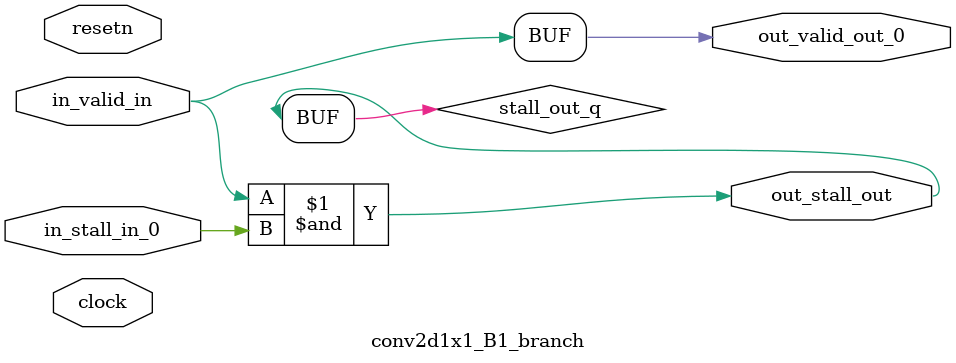
<source format=sv>



(* altera_attribute = "-name AUTO_SHIFT_REGISTER_RECOGNITION OFF; -name MESSAGE_DISABLE 10036; -name MESSAGE_DISABLE 10037; -name MESSAGE_DISABLE 14130; -name MESSAGE_DISABLE 14320; -name MESSAGE_DISABLE 15400; -name MESSAGE_DISABLE 14130; -name MESSAGE_DISABLE 10036; -name MESSAGE_DISABLE 12020; -name MESSAGE_DISABLE 12030; -name MESSAGE_DISABLE 12010; -name MESSAGE_DISABLE 12110; -name MESSAGE_DISABLE 14320; -name MESSAGE_DISABLE 13410; -name MESSAGE_DISABLE 113007; -name MESSAGE_DISABLE 10958" *)
module conv2d1x1_B1_branch (
    input wire [0:0] in_stall_in_0,
    input wire [0:0] in_valid_in,
    output wire [0:0] out_stall_out,
    output wire [0:0] out_valid_out_0,
    input wire clock,
    input wire resetn
    );

    wire [0:0] stall_out_q;


    // stall_out(LOGICAL,6)
    assign stall_out_q = in_valid_in & in_stall_in_0;

    // out_stall_out(GPOUT,4)
    assign out_stall_out = stall_out_q;

    // out_valid_out_0(GPOUT,5)
    assign out_valid_out_0 = in_valid_in;

endmodule

</source>
